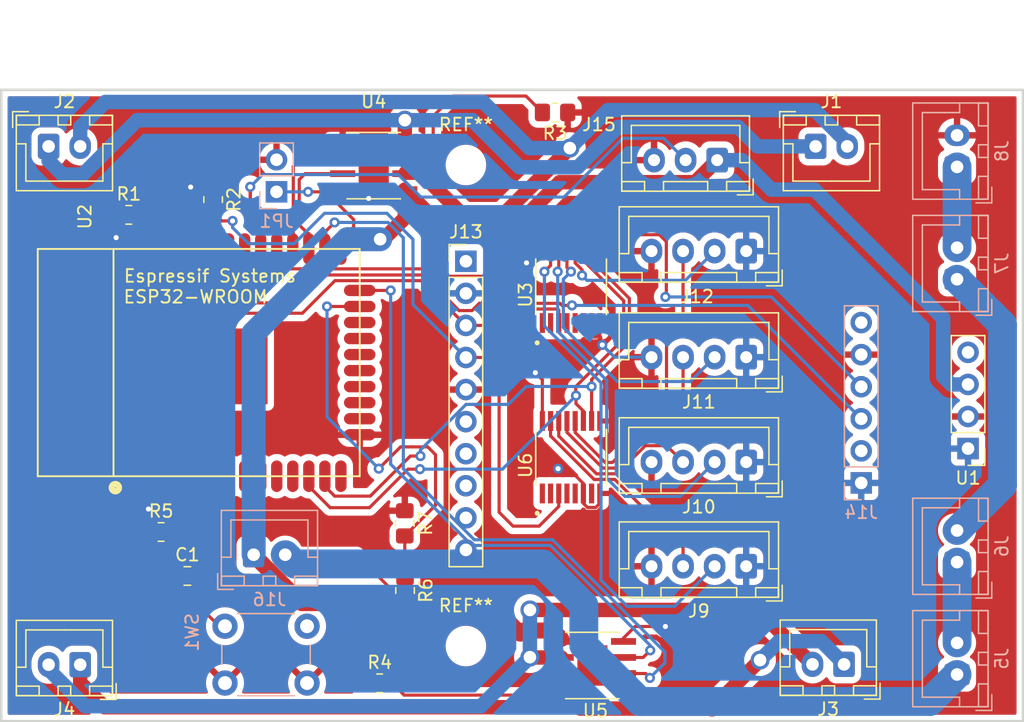
<source format=kicad_pcb>
(kicad_pcb (version 20211014) (generator pcbnew)
  (layers (0 "F.Cu" signal) (31 "B.Cu" signal) (34 "B.Paste" user) (35 "F.Paste" user) (36 "B.SilkS" user "B.Silkscreen") (37 "F.SilkS" user "F.Silkscreen") (38 "B.Mask" user) (39 "F.Mask" user) (44 "Edge.Cuts" user))
  (net 0 "")
  (net 1 "Net-(C1-Pad1)")
  (net 2 "GND")
  (net 3 "Net-(J1-Pad1)")
  (net 4 "Net-(J1-Pad2)")
  (net 5 "Net-(J3-Pad1)")
  (net 6 "Net-(J3-Pad2)")
  (net 7 "Net-(J16-Pad2)")
  (net 8 "Net-(J5-Pad2)")
  (net 9 "Net-(J6-Pad2)")
  (net 10 "Net-(J7-Pad2)")
  (net 11 "+3V3")
  (net 12 "/Sensors/SCL")
  (net 13 "/Sensors/SDA")
  (net 15 "Net-(J14-Pad3)")
  (net 16 "Net-(J14-Pad4)")
  (net 18 "+BATT")
  (net 19 "/Motor Control/DWN_MTR_CTL")
  (net 20 "Net-(JP1-Pad1)")
  (net 21 "Net-(R3-Pad2)")
  (net 22 "Net-(R4-Pad2)")
  (net 23 "/Power Supply/V_SENSE")
  (net 28 "/Motor Control/M_CTL_L2")
  (net 29 "/Motor Control/M_CTL_L1")
  (net 30 "/Motor Control/M_CTL_R2")
  (net 31 "/Motor Control/M_CTL_R1")
  (net 39 "/SEL_1")
  (net 40 "/SEL_2")
  (net 63 "/Sensors/J9_SDA")
  (net 64 "/Sensors/J9_SCL")
  (net 65 "/Sensors/J10_SDA")
  (net 66 "/Sensors/J10_SCL")
  (net 67 "/Sensors/J11_SCL")
  (net 68 "/Sensors/J11_SDA")
  (net 69 "/Sensors/J12_SDA")
  (net 70 "/Sensors/J12_SCL")
  (footprint "Connector_JST:JST_XH_B2B-XH-A_1x02_P2.50mm_Vertical" (layer "F.Cu") (at 166.75 105.5 180)
    (fp_text reference "J3")
    (fp_text value "FR_Motor")
  )
  (footprint "Connector_JST:JST_XH_B2B-XH-A_1x02_P2.50mm_Vertical" (layer "F.Cu") (at 103.75 64.475)
    (fp_text reference "J2")
    (fp_text value "RL_Motor")
  )
  (footprint "Connector_JST:JST_XH_B2B-XH-A_1x02_P2.50mm_Vertical" (layer "F.Cu") (at 106.25 105.525 180)
    (fp_text reference "J4")
    (fp_text value "RR_Motor")
  )
  (footprint "NX3L4051PW_118:SOP65P640X110-16N" (layer "F.Cu") (at 145.13 89.095 90)
    (fp_text reference "U6")
    (fp_text value "NX3L4051PW,118")
  )
  (footprint "Connector_JST:JST_XH_B4B-XH-A_1x04_P2.50mm_Vertical" (layer "F.Cu") (at 159 72.77 180)
    (fp_text reference "J12")
    (fp_text value "ToF 4")
  )
  (footprint "Connector_PinHeader_2.54mm:PinHeader_1x10_P2.54mm_Vertical" (layer "F.Cu") (at 136.8 73.575)
    (fp_text reference "J13")
    (fp_text value "IMU")
  )
  (footprint "Resistor_SMD:R_0805_2012Metric_Pad1.20x1.40mm_HandSolder" (layer "F.Cu") (at 131.98 99.65 -90)
    (fp_text reference "R6")
    (fp_text value "56K")
  )
  (footprint "Connector_JST:JST_XH_B4B-XH-A_1x04_P2.50mm_Vertical" (layer "F.Cu") (at 159 89.48 180)
    (fp_text reference "J10")
    (fp_text value "ToF 2")
  )
  (footprint "Connector_JST:JST_XH_B4B-XH-A_1x04_P2.50mm_Vertical" (layer "F.Cu") (at 159 81.17 180)
    (fp_text reference "J11")
    (fp_text value "ToF 3")
  )
  (footprint "Resistor_SMD:R_0805_2012Metric_Pad1.20x1.40mm_HandSolder" (layer "F.Cu") (at 110.1 69.9)
    (fp_text reference "R1")
    (fp_text value "4K7")
  )
  (footprint "Connector_JST:JST_XH_B4B-XH-A_1x04_P2.50mm_Vertical" (layer "F.Cu") (at 159 97.73 180)
    (fp_text reference "J9")
    (fp_text value "ToF 1")
  )
  (footprint "Resistor_SMD:R_0805_2012Metric_Pad1.20x1.40mm_HandSolder" (layer "F.Cu") (at 112.66 95.01625)
    (fp_text reference "R5")
    (fp_text value "10K")
  )
  (footprint "Resistor_SMD:R_0805_2012Metric_Pad1.20x1.40mm_HandSolder" (layer "F.Cu") (at 129.97 107)
    (fp_text reference "R4")
    (fp_text value "0R")
  )
  (footprint "Resistor_SMD:R_0805_2012Metric_Pad1.20x1.40mm_HandSolder" (layer "F.Cu") (at 131.96 94.33 -90)
    (fp_text reference "R7")
    (fp_text value "10K")
  )
  (footprint "footprints_1:TB67H451FNG_EL" (layer "F.Cu") (at 129.5 66)
    (fp_text reference "U4")
    (fp_text value " ")
  )
  (footprint "MountingHole:MountingHole_2.2mm_M2" (layer "F.Cu") (at 136.8 104.05)
    (fp_text reference "REF**")
    (fp_text value "MountingHole_2.2mm_M2")
  )
  (footprint "Capacitor_SMD:C_0805_2012Metric_Pad1.18x1.45mm_HandSolder" (layer "F.Cu") (at 114.74 98.5)
    (fp_text reference "C1")
    (fp_text value "0.1uF")
  )
  (footprint "MountingHole:MountingHole_2.2mm_M2" (layer "F.Cu") (at 136.8 65.95)
    (fp_text reference "REF**")
    (fp_text value "MountingHole_2.2mm_M2")
  )
  (footprint "Connector_PinHeader_2.54mm:PinHeader_1x04_P2.54mm_Vertical" (layer "F.Cu") (at 176.57 88.41 180)
    (fp_text reference "U1")
    (fp_text value "HW613")
  )
  (footprint "Connector_JST:JST_XH_B3B-XH-A_1x03_P2.50mm_Vertical" (layer "F.Cu") (at 156.7 65.565 180)
    (fp_text reference "J15")
    (fp_text value "DWN_Motor")
  )
  (footprint "Resistor_SMD:R_0805_2012Metric_Pad1.20x1.40mm_HandSolder" (layer "F.Cu") (at 143.86 61.79 180)
    (fp_text reference "R3")
    (fp_text value "0R")
  )
  (footprint "ESP32-footprints-Lib:ESP32-WROOM" (layer "F.Cu") (at 115.64 81.6 -90)
    (fp_text reference "U2")
    (fp_text value "ESP32-WROOM")
  )
  (footprint "Resistor_SMD:R_0805_2012Metric_Pad1.20x1.40mm_HandSolder" (layer "F.Cu") (at 116.78 68.69 -90)
    (fp_text reference "R2")
    (fp_text value "4K7")
  )
  (footprint "NX3L4051PW_118:SOP65P640X110-16N" (layer "F.Cu") (at 145.13 75.595 90)
    (fp_text reference "U3")
    (fp_text value "NX3L4051PW,118")
  )
  (footprint "Connector_JST:JST_XH_B2B-XH-A_1x02_P2.50mm_Vertical" (layer "F.Cu") (at 164.5 64.475)
    (fp_text reference "J1")
    (fp_text value "FL_Motor")
  )
  (footprint "footprints_1:TB67H451FNG_EL" (layer "F.Cu") (at 146.82 105.59 180)
    (fp_text reference "U5")
    (fp_text value " ")
  )
  (footprint "Connector_JST:JST_XH_B2B-XH-A_1x02_P2.50mm_Vertical" (layer "B.Cu") (at 175.7 75 90)
    (fp_text reference "J7")
    (fp_text value "Battery")
  )
  (footprint "Connector_JST:JST_XH_B2B-XH-A_1x02_P2.50mm_Vertical" (layer "B.Cu") (at 175.7 66.1 90)
    (fp_text reference "J8")
    (fp_text value "Battery")
  )
  (footprint "Connector_PinHeader_2.54mm:PinHeader_1x02_P2.54mm_Vertical" (layer "B.Cu") (at 121.8 68.075)
    (fp_text reference "JP1")
    (fp_text value "Jumper")
  )
  (footprint "Connector_JST:JST_XH_B2B-XH-A_1x02_P2.50mm_Vertical" (layer "B.Cu") (at 175.7 106.3 90)
    (fp_text reference "J5")
    (fp_text value "Battery")
  )
  (footprint "Button_Switch_THT:SW_PUSH_6mm_H4.3mm" (layer "B.Cu") (at 117.72 106.98)
    (fp_text reference "SW1")
    (fp_text value "SW_SPST")
  )
  (footprint "Connector_PinHeader_2.54mm:PinHeader_1x06_P2.54mm_Vertical" (layer "B.Cu") (at 168.11 91.13)
    (fp_text reference "J14")
    (fp_text value "UART_to_USB")
  )
  (footprint "Connector_JST:JST_XH_B2B-XH-A_1x02_P2.50mm_Vertical" (layer "B.Cu") (at 119.99 96.815)
    (fp_text reference "J16")
    (fp_text value "Switch")
  )
  (footprint "Connector_JST:JST_XH_B2B-XH-A_1x02_P2.50mm_Vertical" (layer "B.Cu") (at 175.7 97.4 90)
    (fp_text reference "J6")
    (fp_text value "Battery")
  )
  (gr_rect (start 100 60) (end 180.92 110) (layer "Edge.Cuts") (width 0.2) (fill none))
  (segment (start 113.7025 98.5) (end 113.7025 98.9225) (width 0.25) (layer "F.Cu") (net 1))
  (segment (start 113.7 95.01625) (end 113.7 98.4975) (width 0.25) (layer "F.Cu") (net 1))
  (segment (start 113.7 93.5) (end 113.7 95.01625) (width 0.25) (layer "F.Cu") (net 1))
  (segment (start 113.7 98.4975) (end 113.7025 98.5) (width 0.25) (layer "F.Cu") (net 1))
  (segment (start 112.97 90.6) (end 112.97 92.77) (width 0.25) (layer "F.Cu") (net 1))
  (segment (start 113.7025 98.9225) (end 117.72 102.94) (width 0.25) (layer "F.Cu") (net 1))
  (segment (start 112.97 92.77) (end 113.7 93.5) (width 0.25) (layer "F.Cu") (net 1))
  (segment (start 147.405 80.005) (end 147.6 80.2) (width 0.25) (layer "F.Cu") (net 2))
  (segment (start 147.405 78.465) (end 147.405 80.005) (width 0.25) (layer "F.Cu") (net 2))
  (segment (start 144.1 90) (end 144.926931 90) (width 0.25) (layer "F.Cu") (net 2))
  (segment (start 147.405 79.295) (end 147.405 78.465) (width 0.25) (layer "F.Cu") (net 2))
  (segment (start 147.12548 79.57452) (end 147.405 79.295) (width 0.25) (layer "F.Cu") (net 2))
  (segment (start 147.082411 93.07452) (end 147.405 92.751931) (width 0.25) (layer "F.Cu") (net 2))
  (segment (start 146.427589 93.07452) (end 147.082411 93.07452) (width 0.25) (layer "F.Cu") (net 2))
  (segment (start 144.926931 90) (end 146.105 91.178069) (width 0.25) (layer "F.Cu") (net 2))
  (segment (start 146.105 91.178069) (end 146.105 91.965) (width 0.25) (layer "F.Cu") (net 2))
  (segment (start 146.105 91.965) (end 146.105 92.751931) (width 0.25) (layer "F.Cu") (net 2))
  (segment (start 146.105 79.251931) (end 146.427589 79.57452) (width 0.25) (layer "F.Cu") (net 2))
  (segment (start 146.105 92.751931) (end 146.427589 93.07452) (width 0.25) (layer "F.Cu") (net 2))
  (segment (start 147.405 92.751931) (end 147.405 91.965) (width 0.25) (layer "F.Cu") (net 2))
  (segment (start 146.105 78.465) (end 146.105 79.251931) (width 0.25) (layer "F.Cu") (net 2))
  (segment (start 146.427589 79.57452) (end 147.12548 79.57452) (width 0.25) (layer "F.Cu") (net 2))
  (via (at 147.6 80.2) (size 0.8) (drill 0.4) (layers "F.Cu" "B.Cu") (net 2))
  (via (at 144.1 90) (size 0.8) (drill 0.4) (layers "F.Cu" "B.Cu") (net 2))
  (segment (start 147.6 80.2) (end 148.57 81.17) (width 0.25) (layer "B.Cu") (net 2))
  (segment (start 148.57 81.17) (end 151.5 81.17) (width 0.25) (layer "B.Cu") (net 2))
  (segment (start 131.9638 62.4) (end 131.9638 64.095) (width 1.143) (layer "F.Cu") (net 3))
  (via (at 131.9638 62.4) (size 1.5) (drill 1) (layers "F.Cu" "B.Cu") (net 3))
  (segment (start 104.85 66.71) (end 106.457468 66.71) (width 1.143) (layer "B.Cu") (net 3))
  (segment (start 159.895 64.475) (end 164.5 64.475) (width 1.143) (layer "B.Cu") (net 3))
  (segment (start 137.29 62.4) (end 137.3 62.39) (width 1.143) (layer "B.Cu") (net 3))
  (segment (start 106.457468 66.71) (end 110.767468 62.4) (width 1.143) (layer "B.Cu") (net 3))
  (segment (start 120.15 62.4) (end 120.8 62.4) (width 1.143) (layer "B.Cu") (net 3))
  (segment (start 137.3 62.39) (end 141.041011 66.131011) (width 1.143) (layer "B.Cu") (net 3))
  (segment (start 131.9638 62.4) (end 137.29 62.4) (width 1.143) (layer "B.Cu") (net 3))
  (segment (start 148.848515 62.94252) (end 158.36252 62.94252) (width 1.143) (layer "B.Cu") (net 3))
  (segment (start 158.36252 62.94252) (end 159.895 64.475) (width 1.143) (layer "B.Cu") (net 3))
  (segment (start 145.660024 66.131011) (end 148.848515 62.94252) (width 1.143) (layer "B.Cu") (net 3))
  (segment (start 110.767468 62.4) (end 120.8 62.4) (width 1.143) (layer "B.Cu") (net 3))
  (segment (start 141.041011 66.131011) (end 145.660024 66.131011) (width 1.143) (layer "B.Cu") (net 3))
  (segment (start 103.75 64.475) (end 103.75 65.61) (width 1.143) (layer "B.Cu") (net 3))
  (segment (start 103.75 65.61) (end 104.85 66.71) (width 1.143) (layer "B.Cu") (net 3))
  (segment (start 120.8 62.4) (end 131.9638 62.4) (width 1.143) (layer "B.Cu") (net 3))
  (segment (start 136.6 69.95496) (end 139.68504 69.95496) (width 1.143) (layer "F.Cu") (net 4))
  (segment (start 167 64.475) (end 167 64.091258) (width 1.143) (layer "F.Cu") (net 4))
  (segment (start 133.20752 66.56248) (end 132.03632 66.56248) (width 1.143) (layer "F.Cu") (net 4))
  (segment (start 133.20752 66.56248) (end 136.6 69.95496) (width 1.143) (layer "F.Cu") (net 4))
  (segment (start 145.03 64.61) (end 139.68504 69.95496) (width 1.143) (layer "F.Cu") (net 4))
  (via (at 145.03 64.61) (size 1.5) (drill 1) (layers "F.Cu" "B.Cu") (net 4))
  (segment (start 145.03 64.61) (end 141.82 64.61) (width 1.143) (layer "B.Cu") (net 4))
  (segment (start 141.82 64.61) (end 138.17 60.96) (width 1.143) (layer "B.Cu") (net 4))
  (segment (start 106.25 64.475) (end 106.25 62.96) (width 1.143) (layer "B.Cu") (net 4))
  (segment (start 167 64.18106) (end 164.41894 61.6) (width 1.143) (layer "B.Cu") (net 4))
  (segment (start 108.25 60.96) (end 138.17 60.96) (width 1.143) (layer "B.Cu") (net 4))
  (segment (start 148.04 61.6) (end 145.03 64.61) (width 1.143) (layer "B.Cu") (net 4))
  (segment (start 106.25 62.96) (end 108.25 60.96) (width 1.143) (layer "B.Cu") (net 4))
  (segment (start 167 64.475) (end 167 64.18106) (width 1.143) (layer "B.Cu") (net 4))
  (segment (start 164.41894 61.6) (end 148.04 61.6) (width 1.143) (layer "B.Cu") (net 4))
  (segment (start 106.25 105.525) (end 106.25 106.95) (width 1.143) (layer "F.Cu") (net 5))
  (segment (start 145.8612 109) (end 156.29 109) (width 1.143) (layer "F.Cu") (net 5))
  (segment (start 156.29 109) (end 156.29 108.97) (width 1.27) (layer "F.Cu") (net 5))
  (segment (start 156.29 108.97) (end 160.1 105.16) (width 1.143) (layer "F.Cu") (net 5))
  (segment (start 144.3562 107.495) (end 145.8612 109) (width 1.143) (layer "F.Cu") (net 5))
  (segment (start 106.25 106.95) (end 108.19452 108.89452) (width 1.143) (layer "F.Cu") (net 5))
  (segment (start 142.95668 108.89452) (end 144.3562 107.495) (width 1.143) (layer "F.Cu") (net 5))
  (segment (start 108.19452 108.89452) (end 142.95668 108.89452) (width 1.143) (layer "F.Cu") (net 5))
  (via (at 160.1 105.16) (size 1.5) (drill 1) (layers "F.Cu" "B.Cu") (net 5))
  (segment (start 160.1 105.16) (end 161.59452 103.66548) (width 1.143) (layer "B.Cu") (net 5))
  (segment (start 166.75 105.467729) (end 166.75 105.5) (width 1.27) (layer "B.Cu") (net 5))
  (segment (start 164.947751 103.66548) (end 166.75 105.467729) (width 1.143) (layer "B.Cu") (net 5))
  (segment (start 161.59452 103.66548) (end 164.947751 103.66548) (width 1.143) (layer "B.Cu") (net 5))
  (segment (start 141.87 104.955) (end 144.3562 104.955) (width 1.143) (layer "F.Cu") (net 6))
  (segment (start 159.94 101.19) (end 164.25 105.5) (width 1.143) (layer "F.Cu") (net 6))
  (segment (start 141.87 101.19) (end 159.94 101.19) (width 1.143) (layer "F.Cu") (net 6))
  (via (at 141.87 101.19) (size 1.5) (drill 1) (layers "F.Cu" "B.Cu") (net 6))
  (via (at 141.87 104.93) (size 1.5) (drill 1) (layers "F.Cu" "B.Cu") (net 6))
  (segment (start 141.87 104.955) (end 141.87 101.19) (width 1.143) (layer "B.Cu") (net 6))
  (segment (start 103.75 105.525) (end 103.75 105.908742) (width 1.143) (layer "B.Cu") (net 6))
  (segment (start 103.75 105.908742) (end 106.655769 108.814511) (width 1.143) (layer "B.Cu") (net 6))
  (segment (start 106.655769 108.814511) (end 137.985489 108.814511) (width 1.143) (layer "B.Cu") (net 6))
  (segment (start 137.985489 108.814511) (end 141.87 104.93) (width 1.143) (layer "B.Cu") (net 6))
  (segment (start 122.49 96.815) (end 128.145 96.815) (width 0.25) (layer "F.Cu") (net 7))
  (segment (start 128.145 96.815) (end 131.98 100.65) (width 0.25) (layer "F.Cu") (net 7))
  (segment (start 122.49 96.815) (end 123.222039 97.547039) (width 2.286) (layer "B.Cu") (net 7))
  (segment (start 150.595622 108.439511) (end 173.560489 108.439511) (width 2.286) (layer "B.Cu") (net 7))
  (segment (start 146.14 103.983889) (end 150.595622 108.439511) (width 2.286) (layer "B.Cu") (net 7))
  (segment (start 142.870549 97.547039) (end 146.14 100.81649) (width 2.286) (layer "B.Cu") (net 7))
  (segment (start 123.222039 97.547039) (end 142.870549 97.547039) (width 2.286) (layer "B.Cu") (net 7))
  (segment (start 146.14 100.81649) (end 146.14 103.983889) (width 2.286) (layer "B.Cu") (net 7))
  (segment (start 173.560489 108.439511) (end 175.7 106.3) (width 2.286) (layer "B.Cu") (net 7))
  (segment (start 175.7 97.4) (end 175.7 103.8) (width 2.286) (layer "B.Cu") (net 8))
  (segment (start 175.7 94.9) (end 179.3 91.3) (width 2.286) (layer "B.Cu") (net 9))
  (segment (start 179.3 78.6) (end 175.7 75) (width 2.286) (layer "B.Cu") (net 9))
  (segment (start 179.3 91.3) (end 179.3 78.6) (width 2.286) (layer "B.Cu") (net 9))
  (segment (start 175.7 72.5) (end 175.7 66.1) (width 2.286) (layer "B.Cu") (net 10))
  (segment (start 142.855 82.955) (end 142.855 86.225) (width 0.25) (layer "F.Cu") (net 11))
  (segment (start 127.0362 67.905) (end 127.7312 68.6) (width 0.25) (layer "F.Cu") (net 11))
  (segment (start 141.6 73.7) (end 141.88 73.7) (width 0.25) (layer "F.Cu") (net 11))
  (segment (start 141.88 73.7) (end 142.855 72.725) (width 0.25) (layer "F.Cu") (net 11))
  (segment (start 149.2838 103.685) (end 149.2838 103.4162) (width 0.25) (layer "F.Cu") (net 11))
  (segment (start 149.2838 103.4162) (end 150.2 102.5) (width 0.25) (layer "F.Cu") (net 11))
  (segment (start 111.66 93.16) (end 111.7 93.2) (width 0.25) (layer "F.Cu") (net 11))
  (segment (start 115.01 67.69) (end 115 67.7) (width 0.25) (layer "F.Cu") (net 11))
  (segment (start 109.1 69.9) (end 109.1 71.7) (width 0.25) (layer "F.Cu") (net 11))
  (segment (start 111.66 90.6) (end 111.66 93.2) (width 0.25) (layer "F.Cu") (net 11))
  (segment (start 142.3 82.4) (end 142.855 82.955) (width 0.25) (layer "F.Cu") (net 11))
  (segment (start 150.2 102.5) (end 152.6 102.5) (width 0.25) (layer "F.Cu") (net 11))
  (segment (start 111.66 93.2) (end 111.66 95.01625) (width 0.25) (layer "F.Cu") (net 11))
  (segment (start 127.7312 68.6) (end 129.1 68.6) (width 0.25) (layer "F.Cu") (net 11))
  (segment (start 116.78 67.69) (end 115.01 67.69) (width 0.25) (layer "F.Cu") (net 11))
  (via (at 109.1 71.7) (size 0.8) (drill 0.4) (layers "F.Cu" "B.Cu") (net 11))
  (via (at 152.6 102.5) (size 0.8) (drill 0.4) (layers "F.Cu" "B.Cu") (net 11))
  (via (at 115 67.7) (size 0.8) (drill 0.4) (layers "F.Cu" "B.Cu") (net 11))
  (via (at 111.66 93.2) (size 0.8) (drill 0.4) (layers "F.Cu" "B.Cu") (net 11))
  (via (at 141.6 73.7) (size 0.8) (drill 0.4) (layers "F.Cu" "B.Cu") (net 11))
  (via (at 142.3 82.4) (size 0.8) (drill 0.4) (layers "F.Cu" "B.Cu") (net 11))
  (via (at 129.1 68.6) (size 0.8) (drill 0.4) (layers "F.Cu" "B.Cu") (net 11))
  (segment (start 112.93 72.6) (end 112.93 75.26) (width 0.25) (layer "F.Cu") (net 12))
  (segment (start 136.8 78.655) (end 140.915 78.655) (width 0.25) (layer "F.Cu") (net 12))
  (segment (start 126.42952 75.11048) (end 133.25548 75.11048) (width 0.25) (layer "F.Cu") (net 12))
  (segment (start 112.97 71.77) (end 112.97 72.6) (width 0.25) (layer "F.Cu") (net 12))
  (segment (start 111.1 69.9) (end 112.97 71.77) (width 0.25) (layer "F.Cu") (net 12))
  (segment (start 140.915 78.655) (end 142.21452 77.35548) (width 0.25) (layer "F.Cu") (net 12))
  (segment (start 142.21452 77.35548) (end 144.06048 77.35548) (width 0.25) (layer "F.Cu") (net 12))
  (segment (start 133.25548 75.11048) (end 136.8 78.655) (width 0.25) (layer "F.Cu") (net 12))
  (segment (start 112.93 75.26) (end 115.36 77.69) (width 0.25) (layer "F.Cu") (net 12))
  (segment (start 144.06048 77.35548) (end 144.155 77.45) (width 0.25) (layer "F.Cu") (net 12))
  (segment (start 144.155 78.465) (end 144.155 77.45) (width 0.25) (layer "F.Cu") (net 12))
  (segment (start 115.36 77.69) (end 123.85 77.69) (width 0.25) (layer "F.Cu") (net 12))
  (segment (start 123.85 77.69) (end 126.42952 75.11048) (width 0.25) (layer "F.Cu") (net 12))
  (segment (start 137.25 78.515) (end 137.25 78.414283) (width 0.25) (layer "B.Cu") (net 12))
  (segment (start 117.47 70.38) (end 116.78 69.69) (width 0.25) (layer "F.Cu") (net 13))
  (segment (start 116.78 69.69) (end 116.78 72.6) (width 0.25) (layer "F.Cu") (net 13))
  (segment (start 139.43 81.67) (end 139.43 93.45) (width 0.25) (layer "F.Cu") (net 13))
  (segment (start 144.155 92.992891) (end 144.155 91.965) (width 0.25) (layer "F.Cu") (net 13))
  (segment (start 140.53 94.55) (end 142.597891 94.55) (width 0.25) (layer "F.Cu") (net 13))
  (segment (start 118.32 70.38) (end 117.47 70.38) (width 0.25) (layer "F.Cu") (net 13))
  (segment (start 139.43 93.45) (end 140.53 94.55) (width 0.25) (layer "F.Cu") (net 13))
  (segment (start 138.955 81.195) (end 139.43 81.67) (width 0.25) (layer "F.Cu") (net 13))
  (segment (start 136.8 81.195) (end 138.955 81.195) (width 0.25) (layer "F.Cu") (net 13))
  (segment (start 142.597891 94.55) (end 144.155 92.992891) (width 0.25) (layer "F.Cu") (net 13))
  (via (at 118.32 70.38) (size 0.8) (drill 0.4) (layers "F.Cu" "B.Cu") (net 13))
  (segment (start 119.59 72.18) (end 123.2 72.18) (width 0.25) (layer "B.Cu") (net 13))
  (segment (start 130.541207 69.775489) (end 132.607859 71.842141) (width 0.25) (layer "B.Cu") (net 13))
  (segment (start 125.604511 69.775489) (end 130.541207 69.775489) (width 0.25) (layer "B.Cu") (net 13))
  (segment (start 132.607859 77.002859) (end 136.8 81.195) (width 0.25) (layer "B.Cu") (net 13))
  (segment (start 118.32 70.91) (end 119.59 72.18) (width 0.25) (layer "B.Cu") (net 13))
  (segment (start 132.607859 71.992141) (end 132.607859 77.002859) (width 0.25) (layer "B.Cu") (net 13))
  (segment (start 118.32 70.38) (end 118.32 70.91) (width 0.25) (layer "B.Cu") (net 13))
  (segment (start 123.2 72.18) (end 125.604511 69.775489) (width 0.25) (layer "B.Cu") (net 13))
  (segment (start 132.607859 71.842141) (end 132.607859 71.992141) (width 0.25) (layer "B.Cu") (net 13))
  (segment (start 114.2 75.57) (end 114.2 72.6) (width 0.25) (layer "F.Cu") (net 15))
  (segment (start 144.410718 77.07) (end 145.07 77.07) (width 0.25) (layer "F.Cu") (net 15))
  (segment (start 123.48 76.87) (end 125.68904 74.66096) (width 0.25) (layer "F.Cu") (net 15))
  (segment (start 115.5 76.87) (end 114.2 75.57) (width 0.25) (layer "F.Cu") (net 15))
  (segment (start 144.246677 76.90596) (end 137.861028 76.90596) (width 0.25) (layer "F.Cu") (net 15))
  (segment (start 123.48 76.87) (end 115.5 76.87) (width 0.25) (layer "F.Cu") (net 15))
  (segment (start 125.68904 74.66096) (end 133.441678 74.66096) (width 0.25) (layer "F.Cu") (net 15))
  (segment (start 144.410718 77.07) (end 144.246677 76.90596) (width 0.25) (layer "F.Cu") (net 15))
  (segment (start 133.441678 74.66096) (end 136.261207 77.480489) (width 0.25) (layer "F.Cu") (net 15))
  (segment (start 137.861028 76.90596) (end 137.286499 77.480489) (width 0.25) (layer "F.Cu") (net 15))
  (segment (start 137.286499 77.480489) (end 136.261207 77.480489) (width 0.25) (layer "F.Cu") (net 15))
  (via (at 145.2 77.07) (size 0.8) (drill 0.4) (layers "F.Cu" "B.Cu") (net 15))
  (segment (start 168.11 86.05) (end 159.13 77.07) (width 0.25) (layer "B.Cu") (net 15))
  (segment (start 159.13 77.07) (end 145.2 77.07) (width 0.25) (layer "B.Cu") (net 15))
  (segment (start 142.40452 71.61548) (end 139.26 74.76) (width 0.25) (layer "F.Cu") (net 16))
  (segment (start 115.47 72.6) (end 115.47 73.225336) (width 0.25) (layer "F.Cu") (net 16))
  (segment (start 147.81548 71.61548) (end 142.40452 71.61548) (width 0.25) (layer "F.Cu") (net 16))
  (segment (start 152.67452 72.01548) (end 152.12952 71.47048) (width 0.25) (layer "F.Cu") (net 16))
  (segment (start 147.96048 71.47048) (end 147.81548 71.61548) (width 0.25) (layer "F.Cu") (net 16))
  (segment (start 152.6 76.4) (end 152.67452 76.32548) (width 0.25) (layer "F.Cu") (net 16))
  (segment (start 152.67452 76.32548) (end 152.67452 72.01548) (width 0.25) (layer "F.Cu") (net 16))
  (segment (start 116.419184 74.17452) (end 134.44452 74.17452) (width 0.25) (layer "F.Cu") (net 16))
  (segment (start 115.47 73.225336) (end 116.419184 74.17452) (width 0.25) (layer "F.Cu") (net 16))
  (segment (start 152.12952 71.47048) (end 147.96048 71.47048) (width 0.25) (layer "F.Cu") (net 16))
  (segment (start 135.03 74.76) (end 139.26 74.76) (width 0.25) (layer "F.Cu") (net 16))
  (segment (start 134.44452 74.17452) (end 135.03 74.76) (width 0.25) (layer "F.Cu") (net 16))
  (via (at 152.6 76.4) (size 0.8) (drill 0.4) (layers "F.Cu" "B.Cu") (net 16))
  (segment (start 161 76.4) (end 168.11 83.51) (width 0.25) (layer "B.Cu") (net 16))
  (segment (start 152.6 76.4) (end 161 76.4) (width 0.25) (layer "B.Cu") (net 16))
  (segment (start 143.69072 102.82) (end 141.36 102.82) (width 1.27) (layer "F.Cu") (net 18))
  (segment (start 133.44 102.55) (end 135.47 100.52) (width 1.27) (layer "F.Cu") (net 18))
  (segment (start 156.7 65.565) (end 154.95398 67.31102) (width 1.143) (layer "F.Cu") (net 18))
  (segment (start 135.47 100.52) (end 138.56 100.52) (width 1.27) (layer "F.Cu") (net 18))
  (segment (start 123.788218 100.645489) (end 128.865489 100.645489) (width 1.27) (layer "F.Cu") (net 18))
  (segment (start 119.99 96.815) (end 119.99 96.847271) (width 1.27) (layer "F.Cu") (net 18))
  (segment (start 135.35628 71.29748) (end 131.9638 67.905) (width 1.143) (layer "F.Cu") (net 18))
  (segment (start 128.865489 100.645489) (end 130.77 102.55) (width 1.27) (layer "F.Cu") (net 18))
  (segment (start 131.9638 67.905) (end 131.9638 70.1462) (width 1.143) (layer "F.Cu") (net 18))
  (segment (start 130.77 102.55) (end 133.44 102.55) (width 1.27) (layer "F.Cu") (net 18))
  (segment (start 130.01 71.83) (end 130.28 71.83) (width 1.143) (layer "F.Cu") (net 18))
  (segment (start 138.56 100.52) (end 141.11 103.07) (width 1.27) (layer "F.Cu") (net 18))
  (segment (start 144.22759 67.31102) (end 140.24113 71.29748) (width 1.143) (layer "F.Cu") (net 18))
  (segment (start 143.69072 102.82) (end 144.3562 103.48548) (width 1.27) (layer "F.Cu") (net 18))
  (segment (start 119.99 96.847271) (end 123.788218 100.645489) (width 1.27) (layer "F.Cu") (net 18))
  (segment (start 154.95398 67.31102) (end 144.22759 67.31102) (width 1.143) (layer "F.Cu") (net 18))
  (segment (start 131.9638 70.1462) (end 131.9438 70.1462) (width 1.143) (layer "F.Cu") (net 18))
  (segment (start 140.24113 71.29748) (end 135.35628 71.29748) (width 1.143) (layer "F.Cu") (net 18))
  (segment (start 130.28 71.83) (end 131.9638 70.1462) (width 1.143) (layer "F.Cu") (net 18))
  (via (at 130.01 71.83) (size 1.5) (drill 1) (layers "F.Cu" "B.Cu") (net 18))
  (segment (start 158.665 65.565) (end 161 67.9) (width 1.143) (layer "B.Cu") (net 18))
  (segment (start 119.99 96.815) (end 119.99 79.26) (width 1.905) (layer "B.Cu") (net 18))
  (segment (start 174.6 82.7) (end 175.23 83.33) (width 1.143) (layer "B.Cu") (net 18))
  (segment (start 164.4 67.9) (end 174.6 78.1) (width 1.143) (layer "B.Cu") (net 18))
  (segment (start 174.6 78.1) (end 174.6 82.7) (width 1.143) (layer "B.Cu") (net 18))
  (segment (start 156.7 65.565) (end 158.665 65.565) (width 1.143) (layer "B.Cu") (net 18))
  (segment (start 127.42 71.83) (end 130.01 71.83) (width 1.905) (layer "B.Cu") (net 18))
  (segment (start 175.23 83.33) (end 176.57 83.33) (width 1.143) (layer "B.Cu") (net 18))
  (segment (start 161 67.9) (end 164.4 67.9) (width 1.143) (layer "B.Cu") (net 18))
  (segment (start 119.99 79.26) (end 127.42 71.83) (width 1.905) (layer "B.Cu") (net 18))
  (segment (start 119.72 70.32) (end 120.59 71.19) (width 0.25) (layer "F.Cu") (net 19))
  (segment (start 120.59 71.19) (end 120.59 72.6) (width 0.25) (layer "F.Cu") (net 19))
  (segment (start 119.72 70.32) (end 119.72 67.68) (width 0.25) (layer "F.Cu") (net 19))
  (segment (start 119.72 67.68) (end 119.72 70.32) (width 0.25) (layer "F.Cu") (net 19))
  (via (at 119.72 67.68) (size 0.8) (drill 0.4) (layers "F.Cu" "B.Cu") (net 19))
  (segment (start 120.690489 66.709511) (end 119.72 67.68) (width 0.25) (layer "B.Cu") (net 19))
  (segment (start 152.47354 63.83854) (end 149.219659 63.83854) (width 0.25) (layer "B.Cu") (net 19))
  (segment (start 131.449511 66.709511) (end 120.690489 66.709511) (width 0.25) (layer "B.Cu") (net 19))
  (segment (start 144.568199 68.49) (end 133.23 68.49) (width 0.25) (layer "B.Cu") (net 19))
  (segment (start 149.219659 63.83854) (end 144.568199 68.49) (width 0.25) (layer "B.Cu") (net 19))
  (segment (start 133.23 68.49) (end 131.449511 66.709511) (width 0.25) (layer "B.Cu") (net 19))
  (segment (start 154.2 65.565) (end 152.47354 63.83854) (width 0.25) (layer "B.Cu") (net 19))
  (segment (start 127.91 70.86) (end 127.91 70.275386) (width 0.25) (layer "F.Cu") (net 20))
  (segment (start 126.9 72.6) (end 126.9 71.87) (width 0.25) (layer "F.Cu") (net 20))
  (segment (start 126.9 71.87) (end 127.91 70.86) (width 0.25) (layer "F.Cu") (net 20))
  (segment (start 126.354614 68.72) (end 125.944878 68.72) (width 0.25) (layer "F.Cu") (net 20))
  (segment (start 127.91 70.275386) (end 126.354614 68.72) (width 0.25) (layer "F.Cu") (net 20))
  (segment (start 125.299878 68.075) (end 124.3 68.075) (width 0.25) (layer "F.Cu") (net 20))
  (segment (start 125.944878 68.72) (end 125.299878 68.075) (width 0.25) (layer "F.Cu") (net 20))
  (via (at 124.3 68.075) (size 0.8) (drill 0.4) (layers "F.Cu" "B.Cu") (net 20))
  (segment (start 121.8 68.075) (end 124.3 68.075) (width 0.25) (layer "B.Cu") (net 20))
  (segment (start 134.21 63.77) (end 134.21 62.08) (width 0.25) (layer "F.Cu") (net 21))
  (segment (start 131.9638 65.365) (end 132.615 65.365) (width 0.25) (layer "F.Cu") (net 21))
  (segment (start 134.21 62.08) (end 135.8 60.49) (width 0.25) (layer "F.Cu") (net 21))
  (segment (start 141.56 60.49) (end 142.86 61.79) (width 0.25) (layer "F.Cu") (net 21))
  (segment (start 132.615 65.365) (end 134.21 63.77) (width 0.25) (layer "F.Cu") (net 21))
  (segment (start 135.8 60.49) (end 141.56 60.49) (width 0.25) (layer "F.Cu") (net 21))
  (segment (start 144.3562 106.225) (end 143.395 106.225) (width 0.25) (layer "F.Cu") (net 22))
  (segment (start 131.905 107.935) (end 130.97 107) (width 0.25) (layer "F.Cu") (net 22))
  (segment (start 143.395 106.225) (end 141.685 107.935) (width 0.25) (layer "F.Cu") (net 22))
  (segment (start 141.685 107.935) (end 131.905 107.935) (width 0.25) (layer "F.Cu") (net 22))
  (segment (start 128.39 77.155) (end 125.8 77.155) (width 0.25) (layer "F.Cu") (net 23))
  (segment (start 133.775489 88.275489) (end 134.395 88.895) (width 0.25) (layer "F.Cu") (net 23))
  (segment (start 134.395 92.895) (end 134.395 88.895) (width 0.25) (layer "F.Cu") (net 23))
  (segment (start 131.96 98.63) (end 131.98 98.65) (width 0.25) (layer "F.Cu") (net 23))
  (segment (start 133.775489 88.275489) (end 131.624511 88.275489) (width 0.25) (layer "F.Cu") (net 23))
  (segment (start 131.96 95.33) (end 131.96 98.63) (width 0.25) (layer "F.Cu") (net 23))
  (segment (start 134.395 92.895) (end 131.96 95.33) (width 0.25) (layer "F.Cu") (net 23))
  (segment (start 131.96 95.33) (end 132.42 95.33) (width 0.25) (layer "F.Cu") (net 23))
  (segment (start 131.624511 88.275489) (end 129.9 90) (width 0.25) (layer "F.Cu") (net 23))
  (via (at 129.9 90) (size 0.8) (drill 0.4) (layers "F.Cu" "B.Cu") (net 23))
  (via (at 125.8 77.155) (size 0.8) (drill 0.4) (layers "F.Cu" "B.Cu") (net 23))
  (segment (start 125.8 77.155) (end 125.8 85.9) (width 0.25) (layer "B.Cu") (net 23))
  (segment (start 125.8 85.9) (end 129.9 90) (width 0.25) (layer "B.Cu") (net 23))
  (segment (start 123.835 65.365) (end 123.13 66.07) (width 0.25) (layer "F.Cu") (net 28))
  (segment (start 123.13 66.07) (end 123.13 72.6) (width 0.25) (layer "F.Cu") (net 28))
  (segment (start 127.0362 65.365) (end 123.835 65.365) (width 0.25) (layer "F.Cu") (net 28))
  (segment (start 123.6 67.1) (end 124.065 66.635) (width 0.25) (layer "F.Cu") (net 29))
  (segment (start 123.6 70.7) (end 123.6 67.1) (width 0.25) (layer "F.Cu") (net 29))
  (segment (start 124.28048 71.38048) (end 123.6 70.7) (width 0.25) (layer "F.Cu") (net 29))
  (segment (start 124.065 66.635) (end 127.0362 66.635) (width 0.25) (layer "F.Cu") (net 29))
  (segment (start 124.36 72.6) (end 124.36 71.38048) (width 0.25) (layer "F.Cu") (net 29))
  (segment (start 124.36 71.38048) (end 124.28048 71.38048) (width 0.25) (layer "F.Cu") (net 29))
  (segment (start 125.63 71.27) (end 126.4 70.5) (width 0.25) (layer "F.Cu") (net 30))
  (segment (start 125.63 72.6) (end 125.63 71.27) (width 0.25) (layer "F.Cu") (net 30))
  (segment (start 149.2838 106.225) (end 151.025 106.225) (width 0.25) (layer "F.Cu") (net 30))
  (segment (start 151.025 106.225) (end 151.37 106.57) (width 0.25) (layer "F.Cu") (net 30))
  (via (at 151.37 106.57) (size 0.8) (drill 0.4) (layers "F.Cu" "B.Cu") (net 30))
  (via (at 126.4 70.5) (size 0.8) (drill 0.4) (layers "F.Cu" "B.Cu") (net 30))
  (segment (start 143.664614 95.63) (end 152.56 104.525386) (width 0.25) (layer "B.Cu") (net 30))
  (segment (start 131.845 71.715) (end 131.845 90.01101) (width 0.25) (layer "B.Cu") (net 30))
  (segment (start 130.63 70.5) (end 131.845 71.715) (width 0.25) (layer "B.Cu") (net 30))
  (segment (start 126.4 70.5) (end 130.63 70.5) (width 0.25) (layer "B.Cu") (net 30))
  (segment (start 137.46399 95.63) (end 143.664614 95.63) (width 0.25) (layer "B.Cu") (net 30))
  (segment (start 131.845 90.01101) (end 137.46399 95.63) (width 0.25) (layer "B.Cu") (net 30))
  (segment (start 152.56 105.38) (end 151.37 106.57) (width 0.25) (layer "B.Cu") (net 30))
  (segment (start 152.56 104.525386) (end 152.56 105.38) (width 0.25) (layer "B.Cu") (net 30))
  (segment (start 149.2838 104.955) (end 150.835 104.955) (width 0.25) (layer "F.Cu") (net 31))
  (segment (start 150.835 104.955) (end 151.4 104.39) (width 0.25) (layer "F.Cu") (net 31))
  (segment (start 128.39 75.885) (end 130.84 75.885) (width 0.25) (layer "F.Cu") (net 31))
  (via (at 130.84 75.885) (size 0.8) (drill 0.4) (layers "F.Cu" "B.Cu") (net 31))
  (via (at 151.4 104.39) (size 0.8) (drill 0.4) (layers "F.Cu" "B.Cu") (net 31))
  (segment (start 137.277792 96.07952) (end 136.514136 95.315864) (width 0.25) (layer "B.Cu") (net 31))
  (segment (start 151.4 104.001104) (end 143.478416 96.07952) (width 0.25) (layer "B.Cu") (net 31))
  (segment (start 143.478416 96.07952) (end 137.277792 96.07952) (width 0.25) (layer "B.Cu") (net 31))
  (segment (start 130.84 75.885) (end 130.84 89.641728) (width 0.25) (layer "B.Cu") (net 31))
  (segment (start 151.4 104.39) (end 151.4 104.001104) (width 0.25) (layer "B.Cu") (net 31))
  (segment (start 130.84 89.641728) (end 136.514136 95.315864) (width 0.25) (layer "B.Cu") (net 31))
  (segment (start 146.105 73.511931) (end 149.296534 76.703466) (width 0.25) (layer "F.Cu") (net 39))
  (segment (start 145.5 84.195) (end 145.52 84.215) (width 0.25) (layer "F.Cu") (net 39))
  (segment (start 129.16 93.09) (end 132.209511 90.040489) (width 0.25) (layer "F.Cu") (net 39))
  (segment (start 149.296534 79.703466) (end 149.15 79.85) (width 0.25) (layer "F.Cu") (net 39))
  (segment (start 145.5 83.5) (end 145.5 84.195) (width 0.25) (layer "F.Cu") (net 39))
  (segment (start 149.296534 76.703466) (end 149.296534 79.703466) (width 0.25) (layer "F.Cu") (net 39))
  (segment (start 149.15 79.85) (end 145.5 83.5) (width 0.25) (layer "F.Cu") (net 39))
  (segment (start 126.05 93.09) (end 124.36 91.4) (width 0.25) (layer "F.Cu") (net 39))
  (segment (start 146.105 85.438069) (end 146.105 86.225) (width 0.25) (layer "F.Cu") (net 39))
  (segment (start 124.36 91.4) (end 124.36 90.6) (width 0.25) (layer "F.Cu") (net 39))
  (segment (start 129.16 93.09) (end 126.05 93.09) (width 0.25) (layer "F.Cu") (net 39))
  (segment (start 145.52 84.853069) (end 146.105 85.438069) (width 0.25) (layer "F.Cu") (net 39))
  (segment (start 132.209511 90.040489) (end 133.160489 90.040489) (width 0.25) (layer "F.Cu") (net 39))
  (segment (start 146.105 72.725) (end 146.105 73.511931) (width 0.25) (layer "F.Cu") (net 39))
  (segment (start 145.52 84.853069) (end 145.52 84.215) (width 0.25) (layer "F.Cu") (net 39))
  (via (at 145.52 84.215) (size 0.8) (drill 0.4) (layers "F.Cu" "B.Cu") (net 39))
  (via (at 133.160489 90.040489) (size 0.8) (drill 0.4) (layers "F.Cu" "B.Cu") (net 39))
  (segment (start 145.52 84.215) (end 139.694511 90.040489) (width 0.25) (layer "B.Cu") (net 39))
  (segment (start 139.694511 90.040489) (end 133.160489 90.040489) (width 0.25) (layer "B.Cu") (net 39))
  (segment (start 125.63 91.4) (end 126.40452 92.17452) (width 0.25) (layer "F.Cu") (net 40))
  (segment (start 146.755 73.526213) (end 149.746054 76.517268) (width 0.25) (layer "F.Cu") (net 40))
  (segment (start 146.755 83.5) (end 146.755 83.64) (width 0.25) (layer "F.Cu") (net 40))
  (segment (start 146.755 83.64) (end 146.755 86.225) (width 0.25) (layer "F.Cu") (net 40))
  (segment (start 126.40452 92.17452) (end 129.22548 92.17452) (width 0.25) (layer "F.Cu") (net 40))
  (segment (start 146.755 82.937108) (end 149.746054 79.946054) (width 0.25) (layer "F.Cu") (net 40))
  (segment (start 146.755 83.5) (end 146.755 82.937108) (width 0.25) (layer "F.Cu") (net 40))
  (segment (start 146.755 72.725) (end 146.755 73.526213) (width 0.25) (layer "F.Cu") (net 40))
  (segment (start 149.746054 79.946054) (end 149.746054 76.517268) (width 0.25) (layer "F.Cu") (net 40))
  (segment (start 125.63 90.6) (end 125.63 91.4) (width 0.25) (layer "F.Cu") (net 40))
  (segment (start 129.22548 92.17452) (end 132.4 89) (width 0.25) (layer "F.Cu") (net 40))
  (segment (start 132.4 89) (end 133.2 89) (width 0.25) (layer "F.Cu") (net 40))
  (via (at 133.2 89) (size 0.8) (drill 0.4) (layers "F.Cu" "B.Cu") (net 40))
  (via (at 146.755 83.5) (size 0.8) (drill 0.4) (layers "F.Cu" "B.Cu") (net 40))
  (segment (start 140.16 84.91) (end 136.81399 84.91) (width 0.25) (layer "B.Cu") (net 40))
  (segment (start 136.81399 84.91) (end 133.2 88.52399) (width 0.25) (layer "B.Cu") (net 40))
  (segment (start 141.579511 83.490489) (end 140.16 84.91) (width 0.25) (layer "B.Cu") (net 40))
  (segment (start 146.755 83.5) (end 146.745489 83.490489) (width 0.25) (layer "B.Cu") (net 40))
  (segment (start 133.2 88.52399) (end 133.2 89) (width 0.25) (layer "B.Cu") (net 40))
  (segment (start 146.745489 83.490489) (end 141.579511 83.490489) (width 0.25) (layer "B.Cu") (net 40))
  (segment (start 148.59548 90.85548) (end 154 96.26) (width 0.25) (layer "F.Cu") (net 63))
  (segment (start 146.954762 90.85548) (end 143.505 87.405718) (width 0.25) (layer "F.Cu") (net 63))
  (segment (start 154 96.26) (end 154 97.73) (width 0.25) (layer "F.Cu") (net 63))
  (segment (start 148.59548 90.85548) (end 146.954762 90.85548) (width 0.25) (layer "F.Cu") (net 63))
  (segment (start 143.505 87.405718) (end 143.505 86.225) (width 0.25) (layer "F.Cu") (net 63))
  (segment (start 143.505 72.725) (end 143.505 73.91) (width 0.25) (layer "F.Cu") (net 64))
  (segment (start 143.505 73.91) (end 143.02 74.395) (width 0.25) (layer "F.Cu") (net 64))
  (via (at 143.02 74.395) (size 0.8) (drill 0.4) (layers "F.Cu" "B.Cu") (net 64))
  (segment (start 147.5 83.190718) (end 147.5 98.829668) (width 0.25) (layer "B.Cu") (net 64))
  (segment (start 143.02 74.395) (end 143.02 78.710718) (width 0.25) (layer "B.Cu") (net 64))
  (segment (start 147.5 98.829668) (end 149.570332 100.9) (width 0.25) (layer "B.Cu") (net 64))
  (segment (start 149.570332 100.9) (end 153.33 100.9) (width 0.25) (layer "B.Cu") (net 64))
  (segment (start 143.02 78.710718) (end 147.5 83.190718) (width 0.25) (layer "B.Cu") (net 64))
  (segment (start 153.33 100.9) (end 156.5 97.73) (width 0.25) (layer "B.Cu") (net 64))
  (segment (start 151.007158 88.18048) (end 152.70048 88.18048) (width 0.25) (layer "F.Cu") (net 65))
  (segment (start 144.155 87.42) (end 147.14096 90.40596) (width 0.25) (layer "F.Cu") (net 65))
  (segment (start 144.155 87.42) (end 144.155 86.225) (width 0.25) (layer "F.Cu") (net 65))
  (segment (start 152.70048 88.18048) (end 154 89.48) (width 0.25) (layer "F.Cu") (net 65))
  (segment (start 148.781678 90.40596) (end 151.007158 88.18048) (width 0.25) (layer "F.Cu") (net 65))
  (segment (start 147.14096 90.40596) (end 148.781678 90.40596) (width 0.25) (layer "F.Cu") (net 65))
  (segment (start 144.155 72.725) (end 144.155 74.31) (width 0.25) (layer "F.Cu") (net 66))
  (segment (start 144.155 74.31) (end 144.07 74.395) (width 0.25) (layer "F.Cu") (net 66))
  (via (at 144.07 74.395) (size 0.8) (drill 0.4) (layers "F.Cu" "B.Cu") (net 66))
  (segment (start 149.4 92.2) (end 153.78 92.2) (width 0.25) (layer "B.Cu") (net 66))
  (segment (start 144.07 79.125) (end 147.94952 83.004521) (width 0.25) (layer "B.Cu") (net 66))
  (segment (start 153.78 92.2) (end 156.5 89.48) (width 0.25) (layer "B.Cu") (net 66))
  (segment (start 144.07 74.395) (end 144.07 79.125) (width 0.25) (layer "B.Cu") (net 66))
  (segment (start 147.94952 83.004521) (end 147.94952 90.74952) (width 0.25) (layer "B.Cu") (net 66))
  (segment (start 147.94952 90.74952) (end 149.4 92.2) (width 0.25) (layer "B.Cu") (net 66))
  (segment (start 144.805 72.725) (end 144.805 74.08) (width 0.25) (layer "F.Cu") (net 67))
  (segment (start 144.805 74.08) (end 145.12 74.395) (width 0.25) (layer "F.Cu") (net 67))
  (via (at 145.12 74.395) (size 0.8) (drill 0.4) (layers "F.Cu" "B.Cu") (net 67))
  (segment (start 154.57 83.1) (end 156.5 81.17) (width 0.25) (layer "B.Cu") (net 67))
  (segment (start 144.51952 78.81952) (end 148.8 83.1) (width 0.25) (layer "B.Cu") (net 67))
  (segment (start 144.51952 74.99548) (end 144.51952 78.81952) (width 0.25) (layer "B.Cu") (net 67))
  (segment (start 145.12 74.395) (end 144.51952 74.99548) (width 0.25) (layer "B.Cu") (net 67))
  (segment (start 148.8 83.1) (end 154.57 83.1) (width 0.25) (layer "B.Cu") (net 67))
  (segment (start 147.64144 89.95644) (end 148.59548 89.95644) (width 0.25) (layer "F.Cu") (net 68))
  (segment (start 144.805 86.225) (end 144.805 87.12) (width 0.25) (layer "F.Cu") (net 68))
  (segment (start 144.805 87.12) (end 147.64144 89.95644) (width 0.25) (layer "F.Cu") (net 68))
  (segment (start 154 84.55192) (end 154 81.17) (width 0.25) (layer "F.Cu") (net 68))
  (segment (start 148.59548 89.95644) (end 154 84.55192) (width 0.25) (layer "F.Cu") (net 68))
  (segment (start 147.827638 89.50692) (end 145.455 87.134282) (width 0.25) (layer "F.Cu") (net 69))
  (segment (start 148.409282 89.50692) (end 147.827638 89.50692) (width 0.25) (layer "F.Cu") (net 69))
  (segment (start 154 78.42) (end 152.69 79.73) (width 0.25) (layer "F.Cu") (net 69))
  (segment (start 154 72.77) (end 154 78.42) (width 0.25) (layer "F.Cu") (net 69))
  (segment (start 152.69 85.226202) (end 148.409282 89.50692) (width 0.25) (layer "F.Cu") (net 69))
  (segment (start 145.455 87.134282) (end 145.455 86.225) (width 0.25) (layer "F.Cu") (net 69))
  (segment (start 152.69 79.73) (end 152.69 85.226202) (width 0.25) (layer "F.Cu") (net 69))
  (segment (start 146 74.250386) (end 145.455 73.705386) (width 0.25) (layer "F.Cu") (net 70))
  (segment (start 146 74.7) (end 146 74.250386) (width 0.25) (layer "F.Cu") (net 70))
  (segment (start 145.455 73.705386) (end 145.455 72.725) (width 0.25) (layer "F.Cu") (net 70))
  (via (at 146 74.7) (size 0.8) (drill 0.4) (layers "F.Cu" "B.Cu") (net 70))
  (segment (start 154.185 75.085) (end 156.5 72.77) (width 0.25) (layer "B.Cu") (net 70))
  (segment (start 146 74.7) (end 146.385 75.085) (width 0.25) (layer "B.Cu") (net 70))
  (segment (start 146.385 75.085) (end 154.185 75.085) (width 0.25) (layer "B.Cu") (net 70))
  (zone (net 2) (net_name "GND") (layer "F.Cu") (connect_pads (clearance 0.508)) (min_thickness 0.254) (fill yes (thermal_gap 0.508) (thermal_bridge_width 0.508))
    (polygon (pts (xy 180.5 109.5) (xy 100.5 109.5) (xy 100.5 60.5) (xy 180.5 60.5)))
  )
  (zone (net 11) (net_name "+3V3") (layer "B.Cu") (connect_pads (clearance 0.508)) (min_thickness 0.254) (fill yes (thermal_gap 0.508) (thermal_bridge_width 0.508))
    (polygon (pts (xy 180.5 109.5) (xy 100.5 109.5) (xy 100.5 60.5) (xy 180.5 60.5)))
  )
)
</source>
